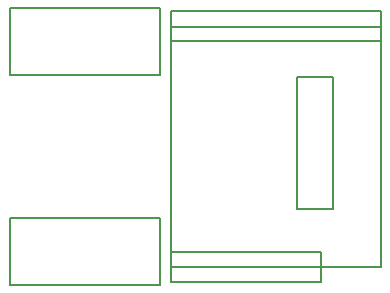
<source format=gbr>
G04 EasyPC Gerber Version 21.0.3 Build 4286 *
G04 #@! TF.Part,Single*
G04 #@! TF.FileFunction,Other,OpenBCI Dongle - Top Documentation *
G04 #@! TF.FilePolarity,Positive *
%FSLAX35Y35*%
%MOIN*%
%ADD11C,0.00500*%
X0Y0D02*
D02*
D11*
X250Y250D02*
X50250D01*
Y22750*
X250*
Y250*
Y70250D02*
X50250D01*
Y92750*
X250*
Y70250*
X95750Y25750D02*
X107750D01*
Y69750*
X95750*
Y25750*
X103750Y11250D02*
X53750Y11250D01*
Y1250*
X103750Y1250*
Y11250*
X123750Y86250D02*
X53750D01*
Y6250*
X123750Y6250*
Y86250*
Y91750D02*
X53750D01*
X53750Y81750*
X123750Y81750*
Y91750*
X0Y0D02*
M02*

</source>
